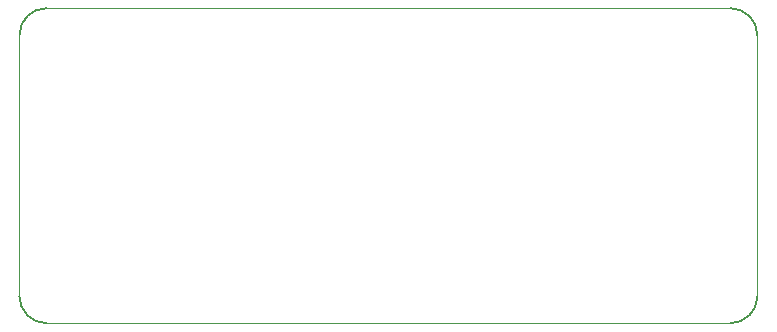
<source format=gm1>
G04 #@! TF.GenerationSoftware,KiCad,Pcbnew,(5.1.10)-1*
G04 #@! TF.CreationDate,2021-10-06T11:05:37+02:00*
G04 #@! TF.ProjectId,ProtoBoard_v2.0,50726f74-6f42-46f6-9172-645f76322e30,rev?*
G04 #@! TF.SameCoordinates,Original*
G04 #@! TF.FileFunction,Profile,NP*
%FSLAX46Y46*%
G04 Gerber Fmt 4.6, Leading zero omitted, Abs format (unit mm)*
G04 Created by KiCad (PCBNEW (5.1.10)-1) date 2021-10-06 11:05:37*
%MOMM*%
%LPD*%
G01*
G04 APERTURE LIST*
G04 #@! TA.AperFunction,Profile*
%ADD10C,0.050000*%
G04 #@! TD*
G04 #@! TA.AperFunction,Profile*
%ADD11C,0.150000*%
G04 #@! TD*
G04 APERTURE END LIST*
D10*
X92202000Y-112014000D02*
X92202000Y-89916000D01*
X152400000Y-114300000D02*
X94488000Y-114300000D01*
X154686000Y-89916000D02*
X154686000Y-112014000D01*
X94488000Y-87630000D02*
X152400000Y-87630000D01*
D11*
X92202000Y-89916000D02*
G75*
G02*
X94488000Y-87630000I2286000J0D01*
G01*
X152400000Y-87630000D02*
G75*
G02*
X154686000Y-89916000I0J-2286000D01*
G01*
X154686000Y-112014000D02*
G75*
G02*
X152400000Y-114300000I-2286000J0D01*
G01*
X94488000Y-114300000D02*
G75*
G02*
X92202000Y-112014000I0J2286000D01*
G01*
M02*

</source>
